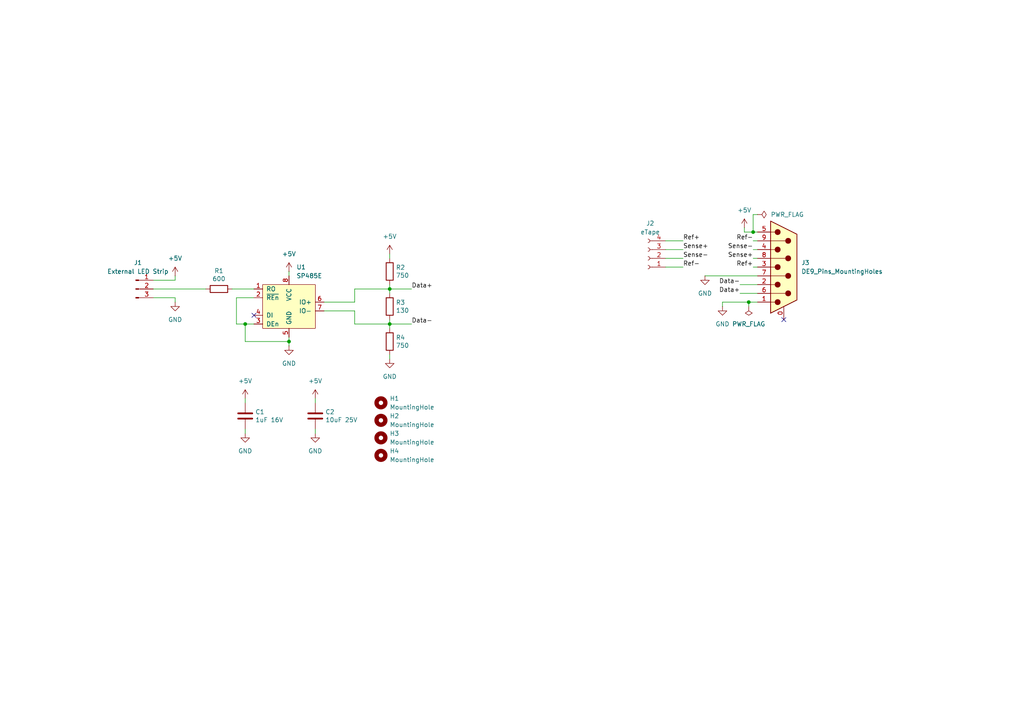
<source format=kicad_sch>
(kicad_sch (version 20250114) (generator "eeschema") (generator_version "9.0")
  (paper "A4")
  (lib_symbols
    (symbol "+5V_1" (power) (pin_numbers (hide yes)) (pin_names (offset 0) (hide yes))
      (property "Value" "+5V" (at 0 3.556 0))
      (symbol "+5V_1_0_1"
        (polyline (pts (xy -0.762 1.27) (xy 0 2.54)))
        (polyline (pts (xy 0 2.54) (xy 0.762 1.27)))
        (polyline (pts (xy 0 0) (xy 0 2.54)))
      )
      (symbol "+5V_1_1_1"
        (pin power_in line (at 0 0 90) (length 0) (name "~") (number "1"))
      )
    )
    (symbol "Connector:Conn_01x03_Pin" (pin_names (offset 1.016) (hide yes))
      (property "Reference" "J" (at 0 5.08 0))
      (property "Value" "Conn_01x03_Pin" (at 0 -5.08 0))
      (symbol "Conn_01x03_Pin_1_1"
        (rectangle (start 0.8636 2.667) (end 0 2.413) (stroke (width 0.1524)) (fill (type outline)))
        (rectangle (start 0.8636 0.127) (end 0 -0.127) (stroke (width 0.1524)) (fill (type outline)))
        (rectangle (start 0.8636 -2.413) (end 0 -2.667) (stroke (width 0.1524)) (fill (type outline)))
        (polyline (pts (xy 1.27 2.54) (xy 0.8636 2.54)) (stroke (width 0.1524)))
        (polyline (pts (xy 1.27 0) (xy 0.8636 0)) (stroke (width 0.1524)))
        (polyline (pts (xy 1.27 -2.54) (xy 0.8636 -2.54)) (stroke (width 0.1524)))
        (pin passive line (at 5.08 2.54 180) (length 3.81) (name "Pin_1") (number "1"))
        (pin passive line (at 5.08 0 180) (length 3.81) (name "Pin_2") (number "2"))
        (pin passive line (at 5.08 -2.54 180) (length 3.81) (name "Pin_3") (number "3"))
      )
    )
    (symbol "Connector:Conn_01x04_Socket" (pin_names (offset 1.016) (hide yes))
      (property "Reference" "J" (at 0 5.08 0))
      (property "Value" "Conn_01x04_Socket" (at 0 -7.62 0))
      (symbol "Conn_01x04_Socket_1_1"
        (polyline (pts (xy -1.27 2.54) (xy -0.508 2.54)) (stroke (width 0.1524)))
        (polyline (pts (xy -1.27 0) (xy -0.508 0)) (stroke (width 0.1524)))
        (polyline (pts (xy -1.27 -2.54) (xy -0.508 -2.54)) (stroke (width 0.1524)))
        (polyline (pts (xy -1.27 -5.08) (xy -0.508 -5.08)) (stroke (width 0.1524)))
        (arc (start 0 2.032) (mid -0.5058 2.54) (end 0 3.048) (stroke (width 0.1524)))
        (arc (start 0 -0.508) (mid -0.5058 0) (end 0 0.508) (stroke (width 0.1524)))
        (arc (start 0 -3.048) (mid -0.5058 -2.54) (end 0 -2.032) (stroke (width 0.1524)))
        (arc (start 0 -5.588) (mid -0.5058 -5.08) (end 0 -4.572) (stroke (width 0.1524)))
        (pin passive line (at -5.08 2.54 0) (length 3.81) (name "Pin_1") (number "1"))
        (pin passive line (at -5.08 0 0) (length 3.81) (name "Pin_2") (number "2"))
        (pin passive line (at -5.08 -2.54 0) (length 3.81) (name "Pin_3") (number "3"))
        (pin passive line (at -5.08 -5.08 0) (length 3.81) (name "Pin_4") (number "4"))
      )
    )
    (symbol "Connector:DE9_Pins_MountingHoles" (pin_names (offset 1.016) (hide yes))
      (property "Reference" "J" (at 0 16.51 0))
      (property "Value" "DE9_Pins_MountingHoles" (at 0 14.605 0))
      (symbol "DE9_Pins_MountingHoles_0_1"
        (polyline (pts (xy -3.81 10.16) (xy -2.54 10.16)))
        (polyline (pts (xy -3.81 7.62) (xy 0.508 7.62)))
        (polyline (pts (xy -3.81 5.08) (xy -2.54 5.08)))
        (polyline (pts (xy -3.81 2.54) (xy 0.508 2.54)))
        (polyline (pts (xy -3.81 0) (xy -2.54 0)))
        (polyline (pts (xy -3.81 -2.54) (xy 0.508 -2.54)))
        (polyline (pts (xy -3.81 -5.08) (xy -2.54 -5.08)))
        (polyline (pts (xy -3.81 -7.62) (xy 0.508 -7.62)))
        (polyline (pts (xy -3.81 -10.16) (xy -2.54 -10.16)))
        (polyline (pts (xy -3.81 -13.335) (xy -3.81 13.335) (xy 3.81 9.525) (xy 3.81 -9.525) (xy -3.81 -13.335)) (stroke (width 0.254)) (fill (type background)))
        (circle (center -1.778 10.16) (radius 0.762) (fill (type outline)))
        (circle (center -1.778 5.08) (radius 0.762) (fill (type outline)))
        (circle (center -1.778 0) (radius 0.762) (fill (type outline)))
        (circle (center -1.778 -5.08) (radius 0.762) (fill (type outline)))
        (circle (center -1.778 -10.16) (radius 0.762) (fill (type outline)))
        (circle (center 1.27 7.62) (radius 0.762) (fill (type outline)))
        (circle (center 1.27 2.54) (radius 0.762) (fill (type outline)))
        (circle (center 1.27 -2.54) (radius 0.762) (fill (type outline)))
        (circle (center 1.27 -7.62) (radius 0.762) (fill (type outline)))
      )
      (symbol "DE9_Pins_MountingHoles_1_1"
        (pin passive line (at -7.62 10.16 0) (length 3.81) (name "5") (number "5"))
        (pin passive line (at -7.62 7.62 0) (length 3.81) (name "9") (number "9"))
        (pin passive line (at -7.62 5.08 0) (length 3.81) (name "4") (number "4"))
        (pin passive line (at -7.62 2.54 0) (length 3.81) (name "8") (number "8"))
        (pin passive line (at -7.62 0 0) (length 3.81) (name "3") (number "3"))
        (pin passive line (at -7.62 -2.54 0) (length 3.81) (name "7") (number "7"))
        (pin passive line (at -7.62 -5.08 0) (length 3.81) (name "2") (number "2"))
        (pin passive line (at -7.62 -7.62 0) (length 3.81) (name "6") (number "6"))
        (pin passive line (at -7.62 -10.16 0) (length 3.81) (name "1") (number "1"))
        (pin passive line (at 0 -15.24 90) (length 3.81) (name "PAD") (number "0"))
      )
    )
    (symbol "Device:C" (pin_numbers (hide yes)) (pin_names (offset 0.254))
      (property "Reference" "C" (at 0.635 2.54 0))
      (property "Value" "C" (at 0.635 -2.54 0))
      (symbol "C_0_1"
        (polyline (pts (xy -2.032 0.762) (xy 2.032 0.762)) (stroke (width 0.508)))
        (polyline (pts (xy -2.032 -0.762) (xy 2.032 -0.762)) (stroke (width 0.508)))
      )
      (symbol "C_1_1"
        (pin passive line (at 0 3.81 270) (length 2.794) (name "~") (number "1"))
        (pin passive line (at 0 -3.81 90) (length 2.794) (name "~") (number "2"))
      )
    )
    (symbol "Device:R" (pin_numbers (hide yes)) (pin_names (offset 0))
      (property "Reference" "R" (at 2.032 0 90))
      (property "Value" "R" (at 0 0 90))
      (symbol "R_0_1"
        (rectangle (start -1.016 -2.54) (end 1.016 2.54) (stroke (width 0.254)))
      )
      (symbol "R_1_1"
        (pin passive line (at 0 3.81 270) (length 1.27) (name "~") (number "1"))
        (pin passive line (at 0 -3.81 90) (length 1.27) (name "~") (number "2"))
      )
    )
    (symbol "GND_1" (power) (pin_numbers (hide yes)) (pin_names (offset 0) (hide yes))
      (property "Value" "GND" (at 0 -3.81 0))
      (symbol "GND_1_0_1"
        (polyline (pts (xy 0 0) (xy 0 -1.27) (xy 1.27 -1.27) (xy 0 -2.54) (xy -1.27 -1.27) (xy 0 -1.27)))
      )
      (symbol "GND_1_1_1"
        (pin power_in line (at 0 0 270) (length 0) (name "~") (number "1"))
      )
    )
    (symbol "Mechanical:MountingHole" (pin_names (offset 1.016)) (in_bom no)
      (property "Reference" "H" (at 0 5.08 0))
      (property "Value" "MountingHole" (at 0 3.175 0))
      (symbol "MountingHole_0_1"
        (circle (center 0 0) (radius 1.27) (stroke (width 1.27)))
      )
    )
    (symbol "power:PWR_FLAG" (power) (pin_numbers (hide yes)) (pin_names (offset 0) (hide yes))
      (property "Value" "PWR_FLAG" (at 0 3.81 0))
      (symbol "PWR_FLAG_0_0"
        (pin power_out line (at 0 0 90) (length 0) (name "~") (number "1"))
      )
      (symbol "PWR_FLAG_0_1"
        (polyline (pts (xy 0 0) (xy 0 1.27) (xy -1.016 1.905) (xy 0 2.54) (xy 1.016 1.905) (xy 0 1.27)))
      )
    )
    (symbol "sp485e:SP485E" (pin_names (offset 1.016))
      (property "Reference" "U" (at 0 0 0))
      (property "Value" "SP485E" (at 0 0 0))
      (symbol "SP485E_0_0"
        (pin output line (at -5.08 -6.35 0) (length 2.54) (name "RO") (number "1"))
        (pin input line (at -5.08 -8.89 0) (length 2.54) (name "~{REn}") (number "2"))
        (pin input line (at -5.08 -13.97 0) (length 2.54) (name "DI") (number "4"))
        (pin input line (at -5.08 -16.51 0) (length 2.54) (name "DEn") (number "3"))
        (pin power_in line (at 5.08 -2.54 270) (length 2.54) (name "VCC") (number "8"))
        (pin power_in line (at 5.08 -20.32 90) (length 2.54) (name "GND") (number "5"))
        (pin bidirectional line (at 15.24 -10.16 180) (length 2.54) (name "IO+") (number "6"))
        (pin bidirectional line (at 15.24 -12.7 180) (length 2.54) (name "IO-") (number "7"))
      )
      (symbol "SP485E_0_1"
        (rectangle (start -2.54 -5.08) (end 12.7 -17.78) (fill (type background)))
      )
    )
  )
  (junction (at 71.12 93.98))
  (junction (at 113.03 83.82))
  (junction (at 83.82 99.06))
  (junction (at 218.44 67.31))
  (junction (at 217.17 87.63))
  (junction (at 113.03 93.98))
  (no_connect (at 73.66 91.44))
  (no_connect (at 227.33 92.71))
  (wire (pts (xy 218.44 74.93) (xy 219.71 74.93)))
  (wire (pts (xy 44.45 81.28) (xy 50.8 81.28)))
  (wire (pts (xy 91.44 115.57) (xy 91.44 116.84)))
  (wire (pts (xy 102.87 93.98) (xy 113.03 93.98)))
  (wire (pts (xy 218.44 77.47) (xy 219.71 77.47)))
  (wire (pts (xy 68.58 86.36) (xy 68.58 93.98)))
  (wire (pts (xy 193.04 69.85) (xy 198.12 69.85)))
  (wire (pts (xy 71.12 99.06) (xy 83.82 99.06)))
  (wire (pts (xy 102.87 90.17) (xy 102.87 93.98)))
  (wire (pts (xy 113.03 104.14) (xy 113.03 102.87)))
  (wire (pts (xy 214.63 85.09) (xy 219.71 85.09)))
  (wire (pts (xy 71.12 125.73) (xy 71.12 124.46)))
  (wire (pts (xy 204.47 80.01) (xy 219.71 80.01)))
  (wire (pts (xy 71.12 93.98) (xy 71.12 99.06)))
  (wire (pts (xy 73.66 86.36) (xy 68.58 86.36)))
  (wire (pts (xy 83.82 97.79) (xy 83.82 99.06)))
  (wire (pts (xy 93.98 87.63) (xy 102.87 87.63)))
  (wire (pts (xy 218.44 72.39) (xy 219.71 72.39)))
  (wire (pts (xy 113.03 92.71) (xy 113.03 93.98)))
  (wire (pts (xy 214.63 82.55) (xy 219.71 82.55)))
  (wire (pts (xy 217.17 87.63) (xy 219.71 87.63)))
  (wire (pts (xy 113.03 85.09) (xy 113.03 83.82)))
  (wire (pts (xy 113.03 95.25) (xy 113.03 93.98)))
  (wire (pts (xy 50.8 86.36) (xy 50.8 87.63)))
  (wire (pts (xy 193.04 74.93) (xy 198.12 74.93)))
  (wire (pts (xy 83.82 99.06) (xy 83.82 100.33)))
  (wire (pts (xy 219.71 62.23) (xy 218.44 62.23)))
  (wire (pts (xy 215.9 66.04) (xy 215.9 67.31)))
  (wire (pts (xy 193.04 77.47) (xy 198.12 77.47)))
  (wire (pts (xy 91.44 125.73) (xy 91.44 124.46)))
  (wire (pts (xy 71.12 115.57) (xy 71.12 116.84)))
  (wire (pts (xy 44.45 86.36) (xy 50.8 86.36)))
  (wire (pts (xy 102.87 83.82) (xy 113.03 83.82)))
  (wire (pts (xy 209.55 87.63) (xy 217.17 87.63)))
  (wire (pts (xy 218.44 67.31) (xy 219.71 67.31)))
  (wire (pts (xy 215.9 67.31) (xy 218.44 67.31)))
  (wire (pts (xy 113.03 83.82) (xy 113.03 82.55)))
  (wire (pts (xy 218.44 62.23) (xy 218.44 67.31)))
  (wire (pts (xy 44.45 83.82) (xy 59.69 83.82)))
  (wire (pts (xy 102.87 87.63) (xy 102.87 83.82)))
  (wire (pts (xy 193.04 72.39) (xy 198.12 72.39)))
  (wire (pts (xy 113.03 93.98) (xy 119.38 93.98)))
  (wire (pts (xy 218.44 69.85) (xy 219.71 69.85)))
  (wire (pts (xy 83.82 78.74) (xy 83.82 80.01)))
  (wire (pts (xy 68.58 93.98) (xy 71.12 93.98)))
  (wire (pts (xy 93.98 90.17) (xy 102.87 90.17)))
  (wire (pts (xy 67.31 83.82) (xy 73.66 83.82)))
  (wire (pts (xy 113.03 83.82) (xy 119.38 83.82)))
  (wire (pts (xy 50.8 81.28) (xy 50.8 80.01)))
  (wire (pts (xy 71.12 93.98) (xy 73.66 93.98)))
  (wire (pts (xy 209.55 88.9) (xy 209.55 87.63)))
  (wire (pts (xy 217.17 87.63) (xy 217.17 88.9)))
  (wire (pts (xy 113.03 73.66) (xy 113.03 74.93)))
  (label "Ref+" (at 198.12 69.85 0))
  (label "Ref-" (at 198.12 77.47 0))
  (label "Data+" (at 119.38 83.82 0))
  (label "Data-" (at 214.63 82.55 180))
  (label "Sense-" (at 218.44 72.39 180))
  (label "Ref+" (at 218.44 77.47 180))
  (label "Sense+" (at 218.44 74.93 180))
  (label "Data+" (at 214.63 85.09 180))
  (label "Sense+" (at 198.12 72.39 0))
  (label "Data-" (at 119.38 93.98 0))
  (label "Sense-" (at 198.12 74.93 0))
  (label "Ref-" (at 218.44 69.85 180))
  (symbol (lib_id "Device:C") (at 71.12 120.65 0) (unit 1)
    (property "Reference" "C1" (at 74.041 119.4816 0) (effects (justify left)))
    (property "Value" "1uF 16V" (at 74.041 121.793 0) (effects (justify left)))
    (property "Footprint" "Capacitor_SMD:C_0603_1608Metric_Pad1.08x0.95mm_HandSolder" (effects (hide yes)))
  )
  (symbol (lib_id "Device:R") (at 113.03 88.9 0) (unit 1)
    (property "Reference" "R3" (at 114.808 87.7316 0) (effects (justify left)))
    (property "Value" "130" (at 114.808 90.043 0) (effects (justify left)))
    (property "Footprint" "Resistor_SMD:R_0603_1608Metric_Pad0.98x0.95mm_HandSolder" (effects (hide yes)))
  )
  (symbol (lib_id "Device:R") (at 113.03 78.74 0) (unit 1)
    (property "Reference" "R2" (at 114.808 77.5716 0) (effects (justify left)))
    (property "Value" "750" (at 114.808 79.883 0) (effects (justify left)))
    (property "Footprint" "Resistor_SMD:R_0603_1608Metric_Pad0.98x0.95mm_HandSolder" (effects (hide yes)))
  )
  (symbol (lib_id "Device:R") (at 113.03 99.06 0) (unit 1)
    (property "Reference" "R4" (at 114.808 97.8916 0) (effects (justify left)))
    (property "Value" "750" (at 114.808 100.203 0) (effects (justify left)))
    (property "Footprint" "Resistor_SMD:R_0603_1608Metric_Pad0.98x0.95mm_HandSolder" (effects (hide yes)))
  )
  (symbol (lib_id "Device:C") (at 91.44 120.65 0) (unit 1)
    (property "Reference" "C2" (at 94.361 119.4816 0) (effects (justify left)))
    (property "Value" "10uF 25V" (at 94.361 121.793 0) (effects (justify left)))
    (property "Footprint" "Capacitor_SMD:C_0805_2012Metric_Pad1.18x1.45mm_HandSolder" (effects (hide yes)))
  )
  (symbol (lib_id "Device:R") (at 63.5 83.82 270) (unit 1)
    (property "Reference" "R1" (at 63.5 78.5622 90))
    (property "Value" "600" (at 63.5 80.8736 90))
    (property "Footprint" "Resistor_SMD:R_0603_1608Metric_Pad0.98x0.95mm_HandSolder" (effects (hide yes)))
  )
  (symbol (lib_name "+5V_1") (lib_id "power:+5V") (at 83.82 78.74 0) (unit 1)
    (property "Reference" "#PWR05" (effects (hide yes)))
    (property "Value" "+5V" (at 83.82 73.66 0))
    (property "Description" "Power symbol creates a global label with name \"+5V\"" (effects (hide yes)))
  )
  (symbol (lib_name "+5V_1") (lib_id "power:+5V") (at 215.9 66.04 0) (unit 1)
    (property "Reference" "#PWR012" (effects (hide yes)))
    (property "Value" "+5V" (at 215.9 60.96 0))
    (property "Description" "Power symbol creates a global label with name \"+5V\"" (effects (hide yes)))
  )
  (symbol (lib_name "GND_1") (lib_id "power:GND") (at 83.82 100.33 0) (unit 1)
    (property "Reference" "#PWR06" (effects (hide yes)))
    (property "Value" "GND" (at 83.82 105.41 0))
    (property "Description" "Power symbol creates a global label with name \"GND\" , ground" (effects (hide yes)))
  )
  (symbol (lib_name "GND_1") (lib_id "power:GND") (at 50.8 87.63 0) (unit 1)
    (property "Reference" "#PWR02" (effects (hide yes)))
    (property "Value" "GND" (at 50.8 92.71 0))
    (property "Description" "Power symbol creates a global label with name \"GND\" , ground" (effects (hide yes)))
  )
  (symbol (lib_name "GND_1") (lib_id "power:GND") (at 71.12 125.73 0) (unit 1)
    (property "Reference" "#PWR03" (effects (hide yes)))
    (property "Value" "GND" (at 71.12 130.81 0))
    (property "Description" "Power symbol creates a global label with name \"GND\" , ground" (effects (hide yes)))
  )
  (symbol (lib_id "power:PWR_FLAG") (at 217.17 88.9 180) (unit 1)
    (property "Reference" "#FLG03" (effects (hide yes)))
    (property "Value" "PWR_FLAG" (at 217.17 93.98 0))
    (property "Description" "Special symbol for telling ERC where power comes from" (effects (hide yes)))
  )
  (symbol (lib_name "+5V_1") (lib_id "power:+5V") (at 50.8 80.01 0) (unit 1)
    (property "Reference" "#PWR01" (effects (hide yes)))
    (property "Value" "+5V" (at 50.8 74.93 0))
    (property "Description" "Power symbol creates a global label with name \"+5V\"" (effects (hide yes)))
  )
  (symbol (lib_name "GND_1") (lib_id "power:GND") (at 209.55 88.9 0) (unit 1)
    (property "Reference" "#PWR013" (effects (hide yes)))
    (property "Value" "GND" (at 209.55 93.98 0))
    (property "Description" "Power symbol creates a global label with name \"GND\" , ground" (effects (hide yes)))
  )
  (symbol (lib_id "power:PWR_FLAG") (at 219.71 62.23 270) (unit 1)
    (property "Reference" "#FLG02" (effects (hide yes)))
    (property "Value" "PWR_FLAG" (at 223.52 62.2299 90) (effects (justify left)))
    (property "Description" "Special symbol for telling ERC where power comes from" (effects (hide yes)))
  )
  (symbol (lib_name "+5V_1") (lib_id "power:+5V") (at 71.12 115.57 0) (unit 1)
    (property "Reference" "#PWR07" (effects (hide yes)))
    (property "Value" "+5V" (at 71.12 110.49 0))
    (property "Description" "Power symbol creates a global label with name \"+5V\"" (effects (hide yes)))
  )
  (symbol (lib_id "Mechanical:MountingHole") (at 110.49 116.84 0) (unit 1) (in_bom no)
    (property "Reference" "H1" (at 113.03 115.5699 0) (effects (justify left)))
    (property "Value" "MountingHole" (at 113.03 118.1099 0) (effects (justify left)))
    (property "Footprint" "MountingHole:MountingHole_3.2mm_M3" (effects (hide yes)))
    (property "Description" "Mounting Hole without connection" (effects (hide yes)))
  )
  (symbol (lib_name "GND_1") (lib_id "power:GND") (at 91.44 125.73 0) (unit 1)
    (property "Reference" "#PWR04" (effects (hide yes)))
    (property "Value" "GND" (at 91.44 130.81 0))
    (property "Description" "Power symbol creates a global label with name \"GND\" , ground" (effects (hide yes)))
  )
  (symbol (lib_name "GND_1") (lib_id "power:GND") (at 113.03 104.14 0) (unit 1)
    (property "Reference" "#PWR010" (effects (hide yes)))
    (property "Value" "GND" (at 113.03 109.22 0))
    (property "Description" "Power symbol creates a global label with name \"GND\" , ground" (effects (hide yes)))
  )
  (symbol (lib_id "sp485e:SP485E") (at 78.74 77.47 0) (unit 1)
    (property "Reference" "U1" (at 85.9633 77.47 0) (effects (justify left)))
    (property "Value" "SP485E" (at 85.9633 80.01 0) (effects (justify left)))
    (property "Footprint" "Package_SO:SOIC-8_3.9x4.9mm_P1.27mm" (effects (hide yes)))
    (property "Datasheet" "https://www.mouser.de/datasheet/2/146/sp481e_sp485e-1816374.pdf" (effects (hide yes)))
  )
  (symbol (lib_id "Mechanical:MountingHole") (at 110.49 127 0) (unit 1) (in_bom no)
    (property "Reference" "H3" (at 113.03 125.7299 0) (effects (justify left)))
    (property "Value" "MountingHole" (at 113.03 128.2699 0) (effects (justify left)))
    (property "Footprint" "MountingHole:MountingHole_3.2mm_M3" (effects (hide yes)))
    (property "Description" "Mounting Hole without connection" (effects (hide yes)))
  )
  (symbol (lib_id "Connector:DE9_Pins_MountingHoles") (at 227.33 77.47 0) (unit 1)
    (property "Reference" "J3" (at 232.41 76.1999 0) (effects (justify left)))
    (property "Value" "DE9_Pins_MountingHoles" (at 232.41 78.7399 0) (effects (justify left)))
    (property "Footprint" "Connector_Dsub:DSUB-9_Pins_Horizontal_P2.77x2.84mm_EdgePinOffset9.90mm_Housed_MountingHolesOffset11.32mm" (effects (hide yes)))
    (property "Description" "9-pin D-SUB connector, pins (male), Mounting Hole" (effects (hide yes)))
  )
  (symbol (lib_id "Mechanical:MountingHole") (at 110.49 121.92 0) (unit 1) (in_bom no)
    (property "Reference" "H2" (at 113.03 120.6499 0) (effects (justify left)))
    (property "Value" "MountingHole" (at 113.03 123.1899 0) (effects (justify left)))
    (property "Footprint" "MountingHole:MountingHole_3.2mm_M3" (effects (hide yes)))
    (property "Description" "Mounting Hole without connection" (effects (hide yes)))
  )
  (symbol (lib_name "GND_1") (lib_id "power:GND") (at 204.47 80.01 0) (unit 1)
    (property "Reference" "#PWR011" (effects (hide yes)))
    (property "Value" "GND" (at 204.47 85.09 0))
    (property "Description" "Power symbol creates a global label with name \"GND\" , ground" (effects (hide yes)))
  )
  (symbol (lib_name "+5V_1") (lib_id "power:+5V") (at 113.03 73.66 0) (unit 1)
    (property "Reference" "#PWR09" (effects (hide yes)))
    (property "Value" "+5V" (at 113.03 68.58 0))
    (property "Description" "Power symbol creates a global label with name \"+5V\"" (effects (hide yes)))
  )
  (symbol (lib_id "Connector:Conn_01x04_Socket") (at 187.96 74.93 180) (unit 1)
    (property "Reference" "J2" (at 188.595 64.77 0))
    (property "Value" "eTape" (at 188.595 67.31 0))
    (property "Footprint" "Connector_PinSocket_2.54mm:PinSocket_1x04_P2.54mm_Horizontal" (effects (hide yes)))
    (property "Description" "Generic connector, single row, 01x04, script generated" (effects (hide yes)))
  )
  (symbol (lib_name "+5V_1") (lib_id "power:+5V") (at 91.44 115.57 0) (unit 1)
    (property "Reference" "#PWR08" (effects (hide yes)))
    (property "Value" "+5V" (at 91.44 110.49 0))
    (property "Description" "Power symbol creates a global label with name \"+5V\"" (effects (hide yes)))
  )
  (symbol (lib_id "Mechanical:MountingHole") (at 110.49 132.08 0) (unit 1) (in_bom no)
    (property "Reference" "H4" (at 113.03 130.8099 0) (effects (justify left)))
    (property "Value" "MountingHole" (at 113.03 133.3499 0) (effects (justify left)))
    (property "Footprint" "MountingHole:MountingHole_3.2mm_M3" (effects (hide yes)))
    (property "Description" "Mounting Hole without connection" (effects (hide yes)))
  )
  (symbol (lib_id "Connector:Conn_01x03_Pin") (at 39.37 83.82 0) (unit 1)
    (property "Reference" "J1" (at 40.005 76.2 0))
    (property "Value" "External LED Strip" (at 40.005 78.74 0))
    (property "Footprint" "Connector_PinHeader_2.54mm:PinHeader_1x03_P2.54mm_Vertical" (effects (hide yes)))
    (property "Description" "Generic connector, single row, 01x03, script generated" (effects (hide yes)))
  )
)
</source>
